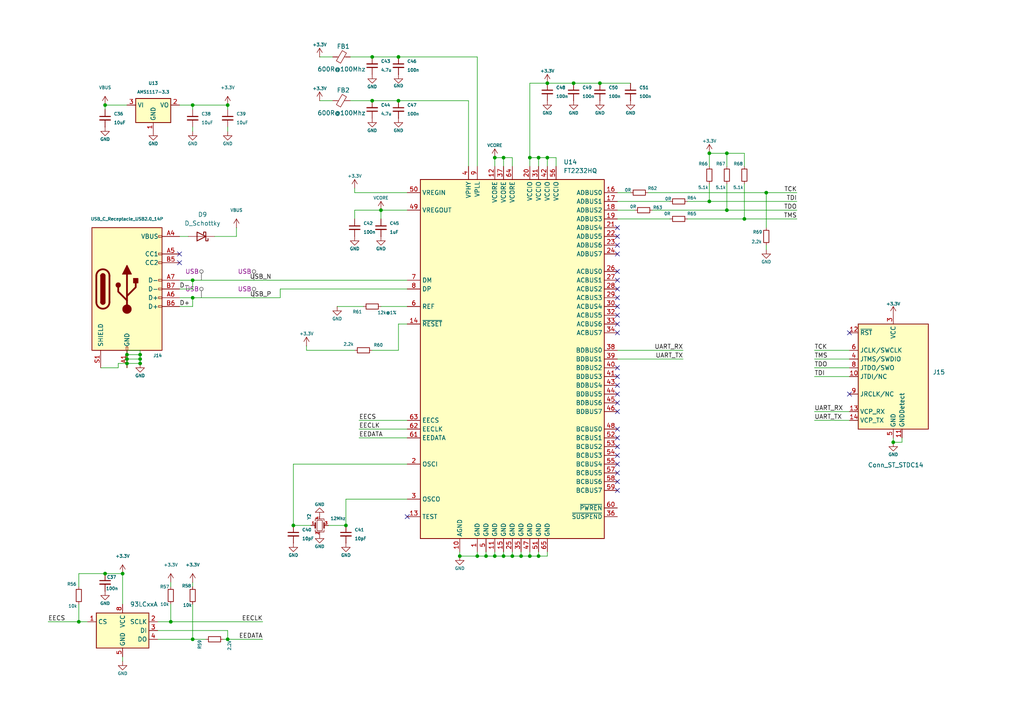
<source format=kicad_sch>
(kicad_sch (version 20250114) (generator "eeschema") (generator_version "9.0")
  (paper "A4")
  (lib_symbols
    (symbol "Connector:Conn_ST_STDC14"
      (property "Reference" "J" (at -8.89 16.51 0))
      (property "Value" "Conn_ST_STDC14" (at 17.78 16.51 0))
      (symbol "Conn_ST_STDC14_0_1"
        (rectangle (start -10.16 15.24) (end 10.16 -15.24) (stroke (width 0.254)) (fill (type background)))
      )
      (symbol "Conn_ST_STDC14_1_1"
        (pin no_connect line (at -10.16 5.08 0) (length 2.54) (hide yes) (name "NC") (number "1"))
        (pin no_connect line (at -10.16 2.54 0) (length 2.54) (hide yes) (name "NC") (number "2"))
        (pin passive line (at -2.54 -17.78 90) (length 2.54) (name "GNDDetect") (number "11"))
        (pin power_in line (at 0 17.78 270) (length 2.54) (name "VCC") (number "3"))
        (pin power_in line (at 0 -17.78 90) (length 2.54) (name "GND") (number "5"))
        (pin passive line (at 0 -17.78 90) (length 2.54) (hide yes) (name "GND") (number "7"))
        (pin open_collector line (at 12.7 12.7 180) (length 2.54) (name "~{RST}") (number "12"))
        (pin output line (at 12.7 7.62 180) (length 2.54) (name "JCLK/SWCLK") (number "6"))
        (pin bidirectional line (at 12.7 5.08 180) (length 2.54) (name "JTMS/SWDIO") (number "4"))
        (pin input line (at 12.7 2.54 180) (length 2.54) (name "JTDO/SWO") (number "8"))
        (pin output line (at 12.7 0 180) (length 2.54) (name "JTDI/NC") (number "10"))
        (pin input line (at 12.7 -5.08 180) (length 2.54) (name "JRCLK/NC") (number "9"))
        (pin output line (at 12.7 -10.16 180) (length 2.54) (name "VCP_RX") (number "13"))
        (pin input line (at 12.7 -12.7 180) (length 2.54) (name "VCP_TX") (number "14"))
      )
    )
    (symbol "Connector:USB_C_Receptacle_USB2.0_14P" (pin_names (offset 1.016))
      (property "Reference" "J" (at 0 22.225 0))
      (property "Value" "USB_C_Receptacle_USB2.0_14P" (at 0 19.685 0))
      (symbol "USB_C_Receptacle_USB2.0_14P_0_0"
        (rectangle (start -0.254 -17.78) (end 0.254 -16.764))
        (rectangle (start 10.16 15.494) (end 9.144 14.986))
        (rectangle (start 10.16 10.414) (end 9.144 9.906))
        (rectangle (start 10.16 7.874) (end 9.144 7.366))
        (rectangle (start 10.16 2.794) (end 9.144 2.286))
        (rectangle (start 10.16 0.254) (end 9.144 -0.254))
        (rectangle (start 10.16 -2.286) (end 9.144 -2.794))
        (rectangle (start 10.16 -4.826) (end 9.144 -5.334))
      )
      (symbol "USB_C_Receptacle_USB2.0_14P_0_1"
        (rectangle (start -10.16 17.78) (end 10.16 -17.78) (stroke (width 0.254)) (fill (type background)))
        (polyline (pts (xy -8.89 -3.81) (xy -8.89 3.81)) (stroke (width 0.508)))
        (rectangle (start -7.62 -3.81) (end -6.35 3.81) (stroke (width 0.254)) (fill (type outline)))
        (arc (start -7.62 3.81) (mid -6.985 4.4423) (end -6.35 3.81) (stroke (width 0.254)))
        (arc (start -7.62 3.81) (mid -6.985 4.4423) (end -6.35 3.81) (stroke (width 0.254)) (fill (type outline)))
        (arc (start -8.89 3.81) (mid -6.985 5.7067) (end -5.08 3.81) (stroke (width 0.508)))
        (arc (start -5.08 -3.81) (mid -6.985 -5.7067) (end -8.89 -3.81) (stroke (width 0.508)))
        (arc (start -6.35 -3.81) (mid -6.985 -4.4423) (end -7.62 -3.81) (stroke (width 0.254)))
        (arc (start -6.35 -3.81) (mid -6.985 -4.4423) (end -7.62 -3.81) (stroke (width 0.254)) (fill (type outline)))
        (polyline (pts (xy -5.08 3.81) (xy -5.08 -3.81)) (stroke (width 0.508)))
        (circle (center -2.54 1.143) (radius 0.635) (stroke (width 0.254)) (fill (type outline)))
        (polyline (pts (xy -1.27 4.318) (xy 0 6.858) (xy 1.27 4.318) (xy -1.27 4.318)) (stroke (width 0.254)) (fill (type outline)))
        (polyline (pts (xy 0 -2.032) (xy 2.54 0.508) (xy 2.54 1.778)) (stroke (width 0.508)))
        (polyline (pts (xy 0 -3.302) (xy -2.54 -0.762) (xy -2.54 0.508)) (stroke (width 0.508)))
        (polyline (pts (xy 0 -5.842) (xy 0 4.318)) (stroke (width 0.508)))
        (circle (center 0 -5.842) (radius 1.27) (fill (type outline)))
        (rectangle (start 1.905 1.778) (end 3.175 3.048) (stroke (width 0.254)) (fill (type outline)))
      )
      (symbol "USB_C_Receptacle_USB2.0_14P_1_1"
        (pin passive line (at -7.62 -22.86 90) (length 5.08) (name "SHIELD") (number "S1"))
        (pin passive line (at 0 -22.86 90) (length 5.08) (name "GND") (number "A1"))
        (pin passive line (at 0 -22.86 90) (length 5.08) (hide yes) (name "GND") (number "A12"))
        (pin passive line (at 0 -22.86 90) (length 5.08) (hide yes) (name "GND") (number "B1"))
        (pin passive line (at 0 -22.86 90) (length 5.08) (hide yes) (name "GND") (number "B12"))
        (pin passive line (at 15.24 15.24 180) (length 5.08) (name "VBUS") (number "A4"))
        (pin passive line (at 15.24 15.24 180) (length 5.08) (hide yes) (name "VBUS") (number "A9"))
        (pin passive line (at 15.24 15.24 180) (length 5.08) (hide yes) (name "VBUS") (number "B4"))
        (pin passive line (at 15.24 15.24 180) (length 5.08) (hide yes) (name "VBUS") (number "B9"))
        (pin bidirectional line (at 15.24 10.16 180) (length 5.08) (name "CC1") (number "A5"))
        (pin bidirectional line (at 15.24 7.62 180) (length 5.08) (name "CC2") (number "B5"))
        (pin bidirectional line (at 15.24 2.54 180) (length 5.08) (name "D-") (number "A7"))
        (pin bidirectional line (at 15.24 0 180) (length 5.08) (name "D-") (number "B7"))
        (pin bidirectional line (at 15.24 -2.54 180) (length 5.08) (name "D+") (number "A6"))
        (pin bidirectional line (at 15.24 -5.08 180) (length 5.08) (name "D+") (number "B6"))
      )
    )
    (symbol "Device:C_Small" (pin_numbers (hide yes)) (pin_names (offset 0.254) (hide yes))
      (property "Reference" "C" (at 0.254 1.778 0))
      (property "Value" "C_Small" (at 0.254 -2.032 0))
      (symbol "C_Small_0_1"
        (polyline (pts (xy -1.524 0.508) (xy 1.524 0.508)) (stroke (width 0.3048)))
        (polyline (pts (xy -1.524 -0.508) (xy 1.524 -0.508)) (stroke (width 0.3302)))
      )
      (symbol "C_Small_1_1"
        (pin passive line (at 0 2.54 270) (length 2.032) (name "~") (number "1"))
        (pin passive line (at 0 -2.54 90) (length 2.032) (name "~") (number "2"))
      )
    )
    (symbol "Device:Crystal_GND24_Small" (pin_names (offset 1.016) (hide yes))
      (property "Reference" "Y" (at 1.27 4.445 0))
      (property "Value" "Crystal_GND24_Small" (at 1.27 2.54 0))
      (symbol "Crystal_GND24_Small_0_1"
        (polyline (pts (xy -1.27 1.27) (xy -1.27 1.905) (xy 1.27 1.905) (xy 1.27 1.27)))
        (polyline (pts (xy -1.27 -0.762) (xy -1.27 0.762)) (stroke (width 0.381)))
        (polyline (pts (xy -1.27 -1.27) (xy -1.27 -1.905) (xy 1.27 -1.905) (xy 1.27 -1.27)))
        (rectangle (start -0.762 -1.524) (end 0.762 1.524))
        (polyline (pts (xy 1.27 -0.762) (xy 1.27 0.762)) (stroke (width 0.381)))
      )
      (symbol "Crystal_GND24_Small_1_1"
        (pin passive line (at -2.54 0 0) (length 1.27) (name "1") (number "1"))
        (pin passive line (at 0 2.54 270) (length 0.635) (name "4") (number "4"))
        (pin passive line (at 0 -2.54 90) (length 0.635) (name "2") (number "2"))
        (pin passive line (at 2.54 0 180) (length 1.27) (name "3") (number "3"))
      )
    )
    (symbol "Device:D_Schottky" (pin_numbers (hide yes)) (pin_names (offset 1.016) (hide yes))
      (property "Reference" "D" (at 0 2.54 0))
      (property "Value" "D_Schottky" (at 0 -2.54 0))
      (symbol "D_Schottky_0_1"
        (polyline (pts (xy -1.905 0.635) (xy -1.905 1.27) (xy -1.27 1.27) (xy -1.27 -1.27) (xy -0.635 -1.27) (xy -0.635 -0.635)) (stroke (width 0.254)))
        (polyline (pts (xy 1.27 1.27) (xy 1.27 -1.27) (xy -1.27 0) (xy 1.27 1.27)) (stroke (width 0.254)))
        (polyline (pts (xy 1.27 0) (xy -1.27 0)))
      )
      (symbol "D_Schottky_1_1"
        (pin passive line (at -3.81 0 0) (length 2.54) (name "K") (number "1"))
        (pin passive line (at 3.81 0 180) (length 2.54) (name "A") (number "2"))
      )
    )
    (symbol "Device:FerriteBead_Small" (pin_numbers (hide yes)) (pin_names (offset 0))
      (property "Reference" "FB" (at 1.905 1.27 0))
      (property "Value" "FerriteBead_Small" (at 1.905 -1.27 0))
      (symbol "FerriteBead_Small_0_1"
        (polyline (pts (xy -1.8288 0.2794) (xy -1.1176 1.4986) (xy 1.8288 -0.2032) (xy 1.1176 -1.4224) (xy -1.8288 0.2794)))
        (polyline (pts (xy 0 0.889) (xy 0 1.2954)))
        (polyline (pts (xy 0 -1.27) (xy 0 -0.7874)))
      )
      (symbol "FerriteBead_Small_1_1"
        (pin passive line (at 0 2.54 270) (length 1.27) (name "~") (number "1"))
        (pin passive line (at 0 -2.54 90) (length 1.27) (name "~") (number "2"))
      )
    )
    (symbol "Device:R_Small" (pin_numbers (hide yes)) (pin_names (offset 0.254) (hide yes))
      (property "Reference" "R" (at 0.762 0.508 0))
      (property "Value" "R_Small" (at 0.762 -1.016 0))
      (symbol "R_Small_0_1"
        (rectangle (start -0.762 1.778) (end 0.762 -1.778) (stroke (width 0.2032)))
      )
      (symbol "R_Small_1_1"
        (pin passive line (at 0 2.54 270) (length 0.762) (name "~") (number "1"))
        (pin passive line (at 0 -2.54 90) (length 0.762) (name "~") (number "2"))
      )
    )
    (symbol "Interface_USB:FT2232HQ"
      (property "Reference" "U" (at -26.67 53.34 0))
      (property "Value" "FT2232HQ" (at 19.05 53.34 0))
      (symbol "FT2232HQ_0_1"
        (rectangle (start -26.67 -52.07) (end 26.67 52.07) (stroke (width 0.254)) (fill (type background)))
      )
      (symbol "FT2232HQ_1_1"
        (pin power_in line (at -30.48 48.26 0) (length 3.81) (name "VREGIN") (number "50"))
        (pin power_out line (at -30.48 43.18 0) (length 3.81) (name "VREGOUT") (number "49"))
        (pin bidirectional line (at -30.48 22.86 0) (length 3.81) (name "DM") (number "7"))
        (pin bidirectional line (at -30.48 20.32 0) (length 3.81) (name "DP") (number "8"))
        (pin output line (at -30.48 15.24 0) (length 3.81) (name "REF") (number "6"))
        (pin input line (at -30.48 10.16 0) (length 3.81) (name "~{RESET}") (number "14"))
        (pin output line (at -30.48 -17.78 0) (length 3.81) (name "EECS") (number "63"))
        (pin output line (at -30.48 -20.32 0) (length 3.81) (name "EECLK") (number "62"))
        (pin bidirectional line (at -30.48 -22.86 0) (length 3.81) (name "EEDATA") (number "61"))
        (pin input line (at -30.48 -30.48 0) (length 3.81) (name "OSCI") (number "2"))
        (pin output line (at -30.48 -40.64 0) (length 3.81) (name "OSCO") (number "3"))
        (pin input line (at -30.48 -45.72 0) (length 3.81) (name "TEST") (number "13"))
        (pin power_in line (at -15.24 -55.88 90) (length 3.81) (name "AGND") (number "10"))
        (pin power_in line (at -12.7 55.88 270) (length 3.81) (name "VPHY") (number "4"))
        (pin input line (at -10.16 55.88 270) (length 3.81) (name "VPLL") (number "9"))
        (pin power_in line (at -10.16 -55.88 90) (length 3.81) (name "GND") (number "1"))
        (pin power_in line (at -7.62 -55.88 90) (length 3.81) (name "GND") (number "5"))
        (pin power_in line (at -5.08 55.88 270) (length 3.81) (name "VCORE") (number "12"))
        (pin power_in line (at -5.08 -55.88 90) (length 3.81) (name "GND") (number "11"))
        (pin power_in line (at -2.54 55.88 270) (length 3.81) (name "VCORE") (number "37"))
        (pin power_in line (at -2.54 -55.88 90) (length 3.81) (name "GND") (number "15"))
        (pin power_in line (at 0 55.88 270) (length 3.81) (name "VCORE") (number "64"))
        (pin power_in line (at 0 -55.88 90) (length 3.81) (name "GND") (number "25"))
        (pin power_in line (at 2.54 -55.88 90) (length 3.81) (name "GND") (number "35"))
        (pin power_in line (at 5.08 55.88 270) (length 3.81) (name "VCCIO") (number "20"))
        (pin power_in line (at 5.08 -55.88 90) (length 3.81) (name "GND") (number "47"))
        (pin power_in line (at 7.62 55.88 270) (length 3.81) (name "VCCIO") (number "31"))
        (pin power_in line (at 7.62 -55.88 90) (length 3.81) (name "GND") (number "51"))
        (pin power_in line (at 10.16 55.88 270) (length 3.81) (name "VCCIO") (number "42"))
        (pin power_in line (at 10.16 -55.88 90) (length 3.81) (name "GND") (number "65"))
        (pin power_in line (at 12.7 55.88 270) (length 3.81) (name "VCCIO") (number "56"))
        (pin bidirectional line (at 30.48 48.26 180) (length 3.81) (name "ADBUS0") (number "16"))
        (pin bidirectional line (at 30.48 45.72 180) (length 3.81) (name "ADBUS1") (number "17"))
        (pin bidirectional line (at 30.48 43.18 180) (length 3.81) (name "ADBUS2") (number "18"))
        (pin bidirectional line (at 30.48 40.64 180) (length 3.81) (name "ADBUS3") (number "19"))
        (pin bidirectional line (at 30.48 38.1 180) (length 3.81) (name "ADBUS4") (number "21"))
        (pin bidirectional line (at 30.48 35.56 180) (length 3.81) (name "ADBUS5") (number "22"))
        (pin bidirectional line (at 30.48 33.02 180) (length 3.81) (name "ADBUS6") (number "23"))
        (pin bidirectional line (at 30.48 30.48 180) (length 3.81) (name "ADBUS7") (number "24"))
        (pin bidirectional line (at 30.48 25.4 180) (length 3.81) (name "ACBUS0") (number "26"))
        (pin bidirectional line (at 30.48 22.86 180) (length 3.81) (name "ACBUS1") (number "27"))
        (pin bidirectional line (at 30.48 20.32 180) (length 3.81) (name "ACBUS2") (number "28"))
        (pin bidirectional line (at 30.48 17.78 180) (length 3.81) (name "ACBUS3") (number "29"))
        (pin bidirectional line (at 30.48 15.24 180) (length 3.81) (name "ACBUS4") (number "30"))
        (pin bidirectional line (at 30.48 12.7 180) (length 3.81) (name "ACBUS5") (number "32"))
        (pin bidirectional line (at 30.48 10.16 180) (length 3.81) (name "ACBUS6") (number "33"))
        (pin bidirectional line (at 30.48 7.62 180) (length 3.81) (name "ACBUS7") (number "34"))
        (pin bidirectional line (at 30.48 2.54 180) (length 3.81) (name "BDBUS0") (number "38"))
        (pin bidirectional line (at 30.48 0 180) (length 3.81) (name "BDBUS1") (number "39"))
        (pin bidirectional line (at 30.48 -2.54 180) (length 3.81) (name "BDBUS2") (number "40"))
        (pin bidirectional line (at 30.48 -5.08 180) (length 3.81) (name "BDBUS3") (number "41"))
        (pin bidirectional line (at 30.48 -7.62 180) (length 3.81) (name "BDBUS4") (number "43"))
        (pin bidirectional line (at 30.48 -10.16 180) (length 3.81) (name "BDBUS5") (number "44"))
        (pin bidirectional line (at 30.48 -12.7 180) (length 3.81) (name "BDBUS6") (number "45"))
        (pin bidirectional line (at 30.48 -15.24 180) (length 3.81) (name "BDBUS7") (number "46"))
        (pin bidirectional line (at 30.48 -20.32 180) (length 3.81) (name "BCBUS0") (number "48"))
        (pin bidirectional line (at 30.48 -22.86 180) (length 3.81) (name "BCBUS1") (number "52"))
        (pin bidirectional line (at 30.48 -25.4 180) (length 3.81) (name "BCBUS2") (number "53"))
        (pin bidirectional line (at 30.48 -27.94 180) (length 3.81) (name "BCBUS3") (number "54"))
        (pin bidirectional line (at 30.48 -30.48 180) (length 3.81) (name "BCBUS4") (number "55"))
        (pin bidirectional line (at 30.48 -33.02 180) (length 3.81) (name "BCBUS5") (number "57"))
        (pin bidirectional line (at 30.48 -35.56 180) (length 3.81) (name "BCBUS6") (number "58"))
        (pin bidirectional line (at 30.48 -38.1 180) (length 3.81) (name "BCBUS7") (number "59"))
        (pin output line (at 30.48 -43.18 180) (length 3.81) (name "~{PWREN}") (number "60"))
        (pin output line (at 30.48 -45.72 180) (length 3.81) (name "~{SUSPEND}") (number "36"))
      )
    )
    (symbol "Memory_EEPROM:93LCxxA"
      (property "Reference" "U" (at -7.62 6.35 0))
      (property "Value" "93LCxxA" (at 2.54 -6.35 0))
      (symbol "93LCxxA_1_1"
        (rectangle (start -7.62 5.08) (end 7.62 -5.08) (stroke (width 0.254)) (fill (type background)))
        (pin input line (at -10.16 2.54 0) (length 2.54) (name "CS") (number "1"))
        (pin no_connect line (at -7.62 0 0) (length 2.54) (hide yes) (name "NC") (number "6"))
        (pin no_connect line (at -7.62 -2.54 0) (length 2.54) (hide yes) (name "NC") (number "7"))
        (pin power_in line (at 0 7.62 270) (length 2.54) (name "VCC") (number "8"))
        (pin power_in line (at 0 -7.62 90) (length 2.54) (name "GND") (number "5"))
        (pin input line (at 10.16 2.54 180) (length 2.54) (name "SCLK") (number "2"))
        (pin input line (at 10.16 0 180) (length 2.54) (name "DI") (number "3"))
        (pin tri_state line (at 10.16 -2.54 180) (length 2.54) (name "DO") (number "4"))
      )
    )
    (symbol "Regulator_Linear:AMS1117-3.3"
      (property "Reference" "U" (at -3.81 3.175 0))
      (property "Value" "AMS1117-3.3" (at 0 3.175 0))
      (symbol "AMS1117-3.3_0_1"
        (rectangle (start -5.08 -5.08) (end 5.08 1.905) (stroke (width 0.254)) (fill (type background)))
      )
      (symbol "AMS1117-3.3_1_1"
        (pin power_in line (at -7.62 0 0) (length 2.54) (name "VI") (number "3"))
        (pin power_in line (at 0 -7.62 90) (length 2.54) (name "GND") (number "1"))
        (pin power_out line (at 7.62 0 180) (length 2.54) (name "VO") (number "2"))
      )
    )
    (symbol "power:+3.3V" (power) (pin_numbers (hide yes)) (pin_names (offset 0) (hide yes))
      (property "Value" "+3.3V" (at 0 3.556 0))
      (symbol "+3.3V_0_1"
        (polyline (pts (xy -0.762 1.27) (xy 0 2.54)))
        (polyline (pts (xy 0 2.54) (xy 0.762 1.27)))
        (polyline (pts (xy 0 0) (xy 0 2.54)))
      )
      (symbol "+3.3V_1_1"
        (pin power_in line (at 0 0 90) (length 0) (name "~") (number "1"))
      )
    )
    (symbol "power:GND" (power) (pin_numbers (hide yes)) (pin_names (offset 0) (hide yes))
      (property "Value" "GND" (at 0 -3.81 0))
      (symbol "GND_0_1"
        (polyline (pts (xy 0 0) (xy 0 -1.27) (xy 1.27 -1.27) (xy 0 -2.54) (xy -1.27 -1.27) (xy 0 -1.27)))
      )
      (symbol "GND_1_1"
        (pin power_in line (at 0 0 270) (length 0) (name "~") (number "1"))
      )
    )
    (symbol "power:VBUS" (power) (pin_numbers (hide yes)) (pin_names (offset 0) (hide yes))
      (property "Value" "VBUS" (at 0 3.556 0))
      (symbol "VBUS_0_1"
        (polyline (pts (xy -0.762 1.27) (xy 0 2.54)))
        (polyline (pts (xy 0 2.54) (xy 0.762 1.27)))
        (polyline (pts (xy 0 0) (xy 0 2.54)))
      )
      (symbol "VBUS_1_1"
        (pin power_in line (at 0 0 90) (length 0) (name "~") (number "1"))
      )
    )
  )
  (junction (at 173.99 24.13))
  (junction (at 133.35 161.29))
  (junction (at 49.53 180.34))
  (junction (at 30.48 166.37))
  (junction (at 138.43 161.29))
  (junction (at 22.86 180.34))
  (junction (at 205.74 44.45))
  (junction (at 148.59 161.29))
  (junction (at 153.67 45.72))
  (junction (at 115.57 16.51))
  (junction (at 140.97 161.29))
  (junction (at 85.09 152.4))
  (junction (at 156.21 161.29))
  (junction (at 55.88 185.42))
  (junction (at 115.57 29.21))
  (junction (at 55.88 30.48))
  (junction (at 107.95 16.51))
  (junction (at 205.74 58.42))
  (junction (at 36.83 105.41))
  (junction (at 156.21 45.72))
  (junction (at 40.64 105.41))
  (junction (at 40.64 104.14))
  (junction (at 143.51 161.29))
  (junction (at 210.82 60.96))
  (junction (at 259.08 128.27))
  (junction (at 30.48 30.48))
  (junction (at 66.04 30.48))
  (junction (at 55.88 86.36))
  (junction (at 100.33 152.4))
  (junction (at 36.83 104.14))
  (junction (at 66.04 185.42))
  (junction (at 210.82 44.45))
  (junction (at 110.49 60.96))
  (junction (at 36.83 102.87))
  (junction (at 151.13 161.29))
  (junction (at 166.37 24.13))
  (junction (at 158.75 45.72))
  (junction (at 153.67 161.29))
  (junction (at 107.95 29.21))
  (junction (at 146.05 45.72))
  (junction (at 55.88 81.28))
  (junction (at 40.64 102.87))
  (junction (at 146.05 161.29))
  (junction (at 222.25 55.88))
  (junction (at 158.75 24.13))
  (junction (at 215.9 63.5))
  (junction (at 35.56 166.37))
  (junction (at 143.51 45.72))
  (no_connect (at 179.07 93.98))
  (no_connect (at 179.07 96.52))
  (no_connect (at 179.07 139.7))
  (no_connect (at 179.07 109.22))
  (no_connect (at 179.07 137.16))
  (no_connect (at 179.07 132.08))
  (no_connect (at 179.07 71.12))
  (no_connect (at 179.07 106.68))
  (no_connect (at 179.07 142.24))
  (no_connect (at 52.07 76.2))
  (no_connect (at 179.07 134.62))
  (no_connect (at 118.11 149.86))
  (no_connect (at 179.07 86.36))
  (no_connect (at 179.07 127))
  (no_connect (at 179.07 88.9))
  (no_connect (at 179.07 91.44))
  (no_connect (at 179.07 66.04))
  (no_connect (at 179.07 114.3))
  (no_connect (at 246.38 114.3))
  (no_connect (at 179.07 119.38))
  (no_connect (at 179.07 116.84))
  (no_connect (at 179.07 129.54))
  (no_connect (at 179.07 73.66))
  (no_connect (at 179.07 124.46))
  (no_connect (at 179.07 78.74))
  (no_connect (at 246.38 96.52))
  (no_connect (at 179.07 111.76))
  (no_connect (at 179.07 68.58))
  (no_connect (at 52.07 73.66))
  (no_connect (at 179.07 83.82))
  (no_connect (at 179.07 81.28))
  (wire (pts (xy 30.48 31.75) (xy 30.48 30.48)))
  (wire (pts (xy 205.74 53.34) (xy 205.74 58.42)))
  (wire (pts (xy 66.04 31.75) (xy 66.04 30.48)))
  (wire (pts (xy 179.07 60.96) (xy 184.15 60.96)))
  (wire (pts (xy 52.07 86.36) (xy 55.88 86.36)))
  (wire (pts (xy 156.21 160.02) (xy 156.21 161.29)))
  (wire (pts (xy 36.83 101.6) (xy 40.64 101.6)))
  (wire (pts (xy 107.95 16.51) (xy 115.57 16.51)))
  (wire (pts (xy 45.72 185.42) (xy 55.88 185.42)))
  (wire (pts (xy 158.75 160.02) (xy 158.75 161.29)))
  (wire (pts (xy 30.48 30.48) (xy 36.83 30.48)))
  (wire (pts (xy 210.82 60.96) (xy 231.14 60.96)))
  (wire (pts (xy 55.88 81.28) (xy 55.88 83.82)))
  (wire (pts (xy 173.99 24.13) (xy 182.88 24.13)))
  (wire (pts (xy 22.86 175.26) (xy 22.86 180.34)))
  (wire (pts (xy 55.88 185.42) (xy 59.69 185.42)))
  (wire (pts (xy 143.51 45.72) (xy 143.51 48.26)))
  (wire (pts (xy 151.13 161.29) (xy 148.59 161.29)))
  (wire (pts (xy 179.07 104.14) (xy 198.12 104.14)))
  (wire (pts (xy 85.09 152.4) (xy 90.17 152.4)))
  (wire (pts (xy 55.88 30.48) (xy 55.88 31.75)))
  (wire (pts (xy 215.9 53.34) (xy 215.9 63.5)))
  (wire (pts (xy 138.43 48.26) (xy 138.43 16.51)))
  (wire (pts (xy 66.04 185.42) (xy 76.2 185.42)))
  (wire (pts (xy 146.05 161.29) (xy 148.59 161.29)))
  (wire (pts (xy 102.87 54.61) (xy 102.87 55.88)))
  (wire (pts (xy 259.08 128.27) (xy 261.62 128.27)))
  (wire (pts (xy 115.57 101.6) (xy 115.57 93.98)))
  (wire (pts (xy 34.29 105.41) (xy 36.83 105.41)))
  (wire (pts (xy 205.74 44.45) (xy 205.74 48.26)))
  (wire (pts (xy 100.33 144.78) (xy 100.33 152.4)))
  (wire (pts (xy 104.14 121.92) (xy 118.11 121.92)))
  (wire (pts (xy 13.97 180.34) (xy 22.86 180.34)))
  (wire (pts (xy 52.07 30.48) (xy 55.88 30.48)))
  (wire (pts (xy 49.53 168.91) (xy 49.53 170.18)))
  (wire (pts (xy 22.86 180.34) (xy 25.4 180.34)))
  (wire (pts (xy 210.82 53.34) (xy 210.82 60.96)))
  (wire (pts (xy 189.23 60.96) (xy 210.82 60.96)))
  (wire (pts (xy 115.57 93.98) (xy 118.11 93.98)))
  (wire (pts (xy 55.88 38.1) (xy 55.88 36.83)))
  (wire (pts (xy 148.59 48.26) (xy 148.59 45.72)))
  (wire (pts (xy 66.04 38.1) (xy 66.04 36.83)))
  (wire (pts (xy 104.14 127) (xy 118.11 127)))
  (wire (pts (xy 30.48 166.37) (xy 35.56 166.37)))
  (wire (pts (xy 236.22 104.14) (xy 246.38 104.14)))
  (wire (pts (xy 259.08 127) (xy 259.08 128.27)))
  (wire (pts (xy 35.56 166.37) (xy 35.56 175.26)))
  (wire (pts (xy 215.9 48.26) (xy 215.9 44.45)))
  (wire (pts (xy 55.88 86.36) (xy 81.28 86.36)))
  (wire (pts (xy 199.39 58.42) (xy 205.74 58.42)))
  (wire (pts (xy 107.95 101.6) (xy 115.57 101.6)))
  (wire (pts (xy 36.83 102.87) (xy 36.83 101.6)))
  (wire (pts (xy 151.13 161.29) (xy 153.67 161.29)))
  (wire (pts (xy 205.74 58.42) (xy 231.14 58.42)))
  (wire (pts (xy 45.72 182.88) (xy 66.04 182.88)))
  (wire (pts (xy 179.07 58.42) (xy 194.31 58.42)))
  (wire (pts (xy 49.53 180.34) (xy 76.2 180.34)))
  (wire (pts (xy 55.88 30.48) (xy 66.04 30.48)))
  (wire (pts (xy 110.49 88.9) (xy 118.11 88.9)))
  (wire (pts (xy 138.43 16.51) (xy 115.57 16.51)))
  (wire (pts (xy 158.75 45.72) (xy 158.75 48.26)))
  (wire (pts (xy 88.9 101.6) (xy 102.87 101.6)))
  (wire (pts (xy 35.56 190.5) (xy 35.56 191.77)))
  (wire (pts (xy 115.57 29.21) (xy 135.89 29.21)))
  (wire (pts (xy 81.28 83.82) (xy 81.28 86.36)))
  (wire (pts (xy 210.82 44.45) (xy 205.74 44.45)))
  (wire (pts (xy 101.6 16.51) (xy 107.95 16.51)))
  (wire (pts (xy 55.88 168.91) (xy 55.88 170.18)))
  (wire (pts (xy 22.86 170.18) (xy 22.86 166.37)))
  (wire (pts (xy 68.58 66.04) (xy 68.58 68.58)))
  (wire (pts (xy 138.43 160.02) (xy 138.43 161.29)))
  (wire (pts (xy 52.07 68.58) (xy 54.61 68.58)))
  (wire (pts (xy 95.25 152.4) (xy 100.33 152.4)))
  (wire (pts (xy 261.62 127) (xy 261.62 128.27)))
  (wire (pts (xy 36.83 106.68) (xy 36.83 105.41)))
  (wire (pts (xy 179.07 101.6) (xy 198.12 101.6)))
  (wire (pts (xy 153.67 161.29) (xy 156.21 161.29)))
  (wire (pts (xy 151.13 160.02) (xy 151.13 161.29)))
  (wire (pts (xy 118.11 83.82) (xy 81.28 83.82)))
  (wire (pts (xy 40.64 102.87) (xy 40.64 104.14)))
  (wire (pts (xy 199.39 63.5) (xy 215.9 63.5)))
  (wire (pts (xy 166.37 24.13) (xy 173.99 24.13)))
  (wire (pts (xy 85.09 134.62) (xy 85.09 152.4)))
  (wire (pts (xy 158.75 24.13) (xy 153.67 24.13)))
  (wire (pts (xy 143.51 160.02) (xy 143.51 161.29)))
  (wire (pts (xy 110.49 60.96) (xy 118.11 60.96)))
  (wire (pts (xy 40.64 101.6) (xy 40.64 102.87)))
  (wire (pts (xy 236.22 119.38) (xy 246.38 119.38)))
  (wire (pts (xy 222.25 71.12) (xy 222.25 72.39)))
  (wire (pts (xy 97.79 88.9) (xy 105.41 88.9)))
  (wire (pts (xy 153.67 160.02) (xy 153.67 161.29)))
  (wire (pts (xy 102.87 55.88) (xy 118.11 55.88)))
  (wire (pts (xy 29.21 106.68) (xy 34.29 106.68)))
  (wire (pts (xy 156.21 161.29) (xy 158.75 161.29)))
  (wire (pts (xy 187.96 55.88) (xy 222.25 55.88)))
  (wire (pts (xy 36.83 105.41) (xy 40.64 105.41)))
  (wire (pts (xy 36.83 102.87) (xy 40.64 102.87)))
  (wire (pts (xy 153.67 45.72) (xy 156.21 45.72)))
  (wire (pts (xy 236.22 109.22) (xy 246.38 109.22)))
  (wire (pts (xy 101.6 29.21) (xy 107.95 29.21)))
  (wire (pts (xy 92.71 16.51) (xy 96.52 16.51)))
  (wire (pts (xy 161.29 45.72) (xy 161.29 48.26)))
  (wire (pts (xy 100.33 144.78) (xy 118.11 144.78)))
  (wire (pts (xy 138.43 161.29) (xy 140.97 161.29)))
  (wire (pts (xy 55.88 175.26) (xy 55.88 185.42)))
  (wire (pts (xy 52.07 88.9) (xy 55.88 88.9)))
  (wire (pts (xy 55.88 81.28) (xy 118.11 81.28)))
  (wire (pts (xy 210.82 48.26) (xy 210.82 44.45)))
  (wire (pts (xy 153.67 48.26) (xy 153.67 45.72)))
  (wire (pts (xy 146.05 48.26) (xy 146.05 45.72)))
  (wire (pts (xy 146.05 160.02) (xy 146.05 161.29)))
  (wire (pts (xy 156.21 45.72) (xy 156.21 48.26)))
  (wire (pts (xy 158.75 45.72) (xy 161.29 45.72)))
  (wire (pts (xy 102.87 63.5) (xy 102.87 60.96)))
  (wire (pts (xy 143.51 45.72) (xy 146.05 45.72)))
  (wire (pts (xy 215.9 63.5) (xy 231.14 63.5)))
  (wire (pts (xy 179.07 63.5) (xy 194.31 63.5)))
  (wire (pts (xy 222.25 55.88) (xy 222.25 66.04)))
  (wire (pts (xy 34.29 106.68) (xy 34.29 105.41)))
  (wire (pts (xy 22.86 166.37) (xy 30.48 166.37)))
  (wire (pts (xy 36.83 105.41) (xy 36.83 104.14)))
  (wire (pts (xy 156.21 45.72) (xy 158.75 45.72)))
  (wire (pts (xy 158.75 24.13) (xy 166.37 24.13)))
  (wire (pts (xy 236.22 121.92) (xy 246.38 121.92)))
  (wire (pts (xy 236.22 106.68) (xy 246.38 106.68)))
  (wire (pts (xy 133.35 161.29) (xy 138.43 161.29)))
  (wire (pts (xy 146.05 45.72) (xy 148.59 45.72)))
  (wire (pts (xy 179.07 55.88) (xy 182.88 55.88)))
  (wire (pts (xy 135.89 48.26) (xy 135.89 29.21)))
  (wire (pts (xy 40.64 104.14) (xy 40.64 105.41)))
  (wire (pts (xy 107.95 29.21) (xy 115.57 29.21)))
  (wire (pts (xy 222.25 55.88) (xy 231.14 55.88)))
  (wire (pts (xy 88.9 100.33) (xy 88.9 101.6)))
  (wire (pts (xy 36.83 104.14) (xy 36.83 102.87)))
  (wire (pts (xy 143.51 161.29) (xy 146.05 161.29)))
  (wire (pts (xy 210.82 44.45) (xy 215.9 44.45)))
  (wire (pts (xy 49.53 180.34) (xy 45.72 180.34)))
  (wire (pts (xy 236.22 101.6) (xy 246.38 101.6)))
  (wire (pts (xy 148.59 160.02) (xy 148.59 161.29)))
  (wire (pts (xy 62.23 68.58) (xy 68.58 68.58)))
  (wire (pts (xy 133.35 160.02) (xy 133.35 161.29)))
  (wire (pts (xy 102.87 60.96) (xy 110.49 60.96)))
  (wire (pts (xy 118.11 134.62) (xy 85.09 134.62)))
  (wire (pts (xy 104.14 124.46) (xy 118.11 124.46)))
  (wire (pts (xy 36.83 104.14) (xy 40.64 104.14)))
  (wire (pts (xy 66.04 182.88) (xy 66.04 185.42)))
  (wire (pts (xy 140.97 161.29) (xy 143.51 161.29)))
  (wire (pts (xy 140.97 160.02) (xy 140.97 161.29)))
  (wire (pts (xy 64.77 185.42) (xy 66.04 185.42)))
  (wire (pts (xy 52.07 81.28) (xy 55.88 81.28)))
  (wire (pts (xy 153.67 24.13) (xy 153.67 45.72)))
  (wire (pts (xy 110.49 63.5) (xy 110.49 60.96)))
  (wire (pts (xy 52.07 83.82) (xy 55.88 83.82)))
  (wire (pts (xy 92.71 29.21) (xy 96.52 29.21)))
  (wire (pts (xy 49.53 175.26) (xy 49.53 180.34)))
  (wire (pts (xy 55.88 86.36) (xy 55.88 88.9)))
  (label "UART_TX" (at 236.22 121.92 0))
  (label "TMS" (at 231.14 63.5 180))
  (label "EECLK" (at 76.2 180.34 180))
  (label "TDI" (at 231.14 58.42 180))
  (label "USB_N" (at 78.74 81.28 180))
  (label "EECLK" (at 104.14 124.46 0))
  (label "TDO" (at 231.14 60.96 180))
  (label "UART_RX" (at 198.12 101.6 180))
  (label "TMS" (at 236.22 104.14 0))
  (label "EECS" (at 104.14 121.92 0))
  (label "EEDATA" (at 76.2 185.42 180))
  (label "D+" (at 52.07 88.9 0))
  (label "TDO" (at 236.22 106.68 0))
  (label "TCK" (at 236.22 101.6 0))
  (label "TDI" (at 236.22 109.22 0))
  (label "UART_TX" (at 198.12 104.14 180))
  (label "EECS" (at 13.97 180.34 0))
  (label "UART_RX" (at 236.22 119.38 0))
  (label "USB_P" (at 78.74 86.36 180))
  (label "D-" (at 52.07 83.82 0))
  (label "TCK" (at 231.14 55.88 180))
  (label "EEDATA" (at 104.14 127 0))
  (netclass_flag "" (length 2.54) (shape round) (at 73.66 81.28 0) (property "Netclass" "USB" (at 72.9615 78.74 0) (effects (justify right))))
  (netclass_flag "" (length 2.54) (shape round) (at 73.66 86.36 0) (property "Netclass" "USB" (at 72.9615 83.82 0) (effects (justify right))))
  (netclass_flag "" (length 2.54) (shape round) (at 58.42 81.28 0) (property "Netclass" "USB" (at 57.7215 78.74 0) (effects (justify right))))
  (netclass_flag "" (length 2.54) (shape round) (at 58.42 86.36 0) (property "Netclass" "USB" (at 57.7215 83.82 0) (effects (justify right))))
  (symbol (lib_id "power:GND") (at 35.56 191.77 0) (unit 1)
    (property "Reference" "#PWR0117" (effects (hide yes)))
    (property "Value" "GND" (at 35.56 195.326 0) (effects (font (size 0.889 0.889))))
    (property "Description" "Power symbol creates a global label with name \"GND\" , ground" (effects (hide yes)))
  )
  (symbol (lib_id "Device:R_Small") (at 186.69 60.96 90) (unit 1)
    (property "Reference" "R63" (at 190.754 60.198 90) (effects (font (size 0.889 0.889))))
    (property "Value" "0R" (at 183.642 59.944 90) (effects (font (size 0.889 0.889))))
    (property "Footprint" "Resistor_SMD:R_0402_1005Metric" (effects (hide yes)))
    (property "Description" "Resistor, small symbol" (effects (hide yes)))
  )
  (symbol (lib_id "Device:D_Schottky") (at 58.42 68.58 180) (unit 1)
    (property "Reference" "D9" (at 58.7375 62.23 0))
    (property "Value" "D_Schottky" (at 58.7375 64.77 0))
    (property "Footprint" "Diode_SMD:D_SOD-123" (effects (hide yes)))
    (property "Description" "Schottky diode" (effects (hide yes)))
  )
  (symbol (lib_id "Device:R_Small") (at 215.9 50.8 180) (unit 1)
    (property "Reference" "R68" (at 214.122 47.498 0) (effects (font (size 0.889 0.889))))
    (property "Value" "5.1k" (at 214.122 54.356 0) (effects (font (size 0.889 0.889))))
    (property "Footprint" "Resistor_SMD:R_0402_1005Metric" (effects (hide yes)))
    (property "Description" "Resistor, small symbol" (effects (hide yes)))
  )
  (symbol (lib_id "Device:R_Small") (at 185.42 55.88 90) (unit 1)
    (property "Reference" "R62" (at 189.23 54.61 90) (effects (font (size 0.889 0.889))))
    (property "Value" "0R" (at 182.118 55.118 90) (effects (font (size 0.889 0.889))))
    (property "Footprint" "Resistor_SMD:R_0402_1005Metric" (effects (hide yes)))
    (property "Description" "Resistor, small symbol" (effects (hide yes)))
  )
  (symbol (lib_id "power:+3.3V") (at 92.71 29.21 0) (unit 1)
    (property "Reference" "#PWR0131" (effects (hide yes)))
    (property "Value" "+3.3V" (at 92.71 25.654 0) (effects (font (size 0.889 0.889))))
    (property "Description" "Power symbol creates a global label with name \"+3.3V\"" (effects (hide yes)))
  )
  (symbol (lib_id "power:GND") (at 102.87 68.58 0) (unit 1)
    (property "Reference" "#PWR0135" (effects (hide yes)))
    (property "Value" "GND" (at 102.87 72.136 0) (effects (font (size 0.889 0.889))))
    (property "Description" "Power symbol creates a global label with name \"GND\" , ground" (effects (hide yes)))
  )
  (symbol (lib_id "power:VBUS") (at 68.58 66.04 0) (unit 1)
    (property "Reference" "#PWR0125" (effects (hide yes)))
    (property "Value" "VBUS" (at 68.58 60.96 0) (effects (font (size 0.889 0.889))))
    (property "Description" "Power symbol creates a global label with name \"VBUS\"" (effects (hide yes)))
  )
  (symbol (lib_id "Device:C_Small") (at 173.99 26.67 0) (unit 1)
    (property "Reference" "C50" (at 176.53 25.4062 0) (effects (font (size 0.889 0.889)) (justify left)))
    (property "Value" "100n" (at 176.53 27.9462 0) (effects (font (size 0.889 0.889)) (justify left)))
    (property "Footprint" "Capacitor_SMD:C_0402_1005Metric" (effects (hide yes)))
    (property "Description" "Unpolarized capacitor, small symbol" (effects (hide yes)))
  )
  (symbol (lib_id "Device:C_Small") (at 30.48 34.29 0) (unit 1)
    (property "Reference" "C36" (at 33.02 33.0262 0) (effects (font (size 0.889 0.889)) (justify left)))
    (property "Value" "10uF" (at 33.02 35.5662 0) (effects (font (size 0.889 0.889)) (justify left)))
    (property "Footprint" "Capacitor_SMD:C_0603_1608Metric" (effects (hide yes)))
    (property "Description" "Unpolarized capacitor, small symbol" (effects (hide yes)))
  )
  (symbol (lib_id "power:GND") (at 107.95 21.59 0) (unit 1)
    (property "Reference" "#PWR0136" (effects (hide yes)))
    (property "Value" "GND" (at 107.95 25.146 0) (effects (font (size 0.889 0.889))))
    (property "Description" "Power symbol creates a global label with name \"GND\" , ground" (effects (hide yes)))
  )
  (symbol (lib_id "Device:R_Small") (at 107.95 88.9 270) (unit 1)
    (property "Reference" "R61" (at 103.632 90.424 90) (effects (font (size 0.889 0.889))))
    (property "Value" "12k@1%" (at 112.268 90.678 90) (effects (font (size 0.889 0.889))))
    (property "Footprint" "Resistor_SMD:R_0402_1005Metric" (effects (hide yes)))
    (property "Description" "Resistor, small symbol" (effects (hide yes)))
  )
  (symbol (lib_id "power:GND") (at 222.25 72.39 0) (unit 1)
    (property "Reference" "#PWR0150" (effects (hide yes)))
    (property "Value" "GND" (at 222.25 75.946 0) (effects (font (size 0.889 0.889))))
    (property "Description" "Power symbol creates a global label with name \"GND\" , ground" (effects (hide yes)))
  )
  (symbol (lib_id "Device:C_Small") (at 166.37 26.67 0) (unit 1)
    (property "Reference" "C49" (at 168.91 25.4062 0) (effects (font (size 0.889 0.889)) (justify left)))
    (property "Value" "100n" (at 168.91 27.9462 0) (effects (font (size 0.889 0.889)) (justify left)))
    (property "Footprint" "Capacitor_SMD:C_0402_1005Metric" (effects (hide yes)))
    (property "Description" "Unpolarized capacitor, small symbol" (effects (hide yes)))
  )
  (symbol (lib_id "Device:C_Small") (at 158.75 26.67 0) (unit 1)
    (property "Reference" "C48" (at 161.29 25.4062 0) (effects (font (size 0.889 0.889)) (justify left)))
    (property "Value" "100n" (at 161.29 27.9462 0) (effects (font (size 0.889 0.889)) (justify left)))
    (property "Footprint" "Capacitor_SMD:C_0402_1005Metric" (effects (hide yes)))
    (property "Description" "Unpolarized capacitor, small symbol" (effects (hide yes)))
  )
  (symbol (lib_id "power:GND") (at 110.49 68.58 0) (unit 1)
    (property "Reference" "#PWR0139" (effects (hide yes)))
    (property "Value" "GND" (at 110.49 72.136 0) (effects (font (size 0.889 0.889))))
    (property "Description" "Power symbol creates a global label with name \"GND\" , ground" (effects (hide yes)))
  )
  (symbol (lib_id "power:+3.3V") (at 158.75 24.13 0) (unit 1)
    (property "Reference" "#PWR0144" (effects (hide yes)))
    (property "Value" "+3.3V" (at 158.75 20.574 0) (effects (font (size 0.889 0.889))))
    (property "Description" "Power symbol creates a global label with name \"+3.3V\"" (effects (hide yes)))
  )
  (symbol (lib_id "Device:FerriteBead_Small") (at 99.06 16.51 90) (unit 1)
    (property "Reference" "FB1" (at 99.568 13.462 90))
    (property "Value" "600R@100Mhz" (at 99.06 20.066 90))
    (property "Footprint" "Inductor_SMD:L_0603_1608Metric" (effects (hide yes)))
    (property "Description" "Ferrite bead, small symbol" (effects (hide yes)))
  )
  (symbol (lib_id "Device:FerriteBead_Small") (at 99.06 29.21 90) (unit 1)
    (property "Reference" "FB2" (at 99.568 26.162 90))
    (property "Value" "600R@100Mhz" (at 99.06 32.766 90))
    (property "Footprint" "Inductor_SMD:L_0603_1608Metric" (effects (hide yes)))
    (property "Description" "Ferrite bead, small symbol" (effects (hide yes)))
  )
  (symbol (lib_id "Device:C_Small") (at 110.49 66.04 0) (unit 1)
    (property "Reference" "C45" (at 113.03 64.7762 0) (effects (font (size 0.889 0.889)) (justify left)))
    (property "Value" "1uF" (at 113.03 67.3162 0) (effects (font (size 0.889 0.889)) (justify left)))
    (property "Footprint" "Capacitor_SMD:C_0603_1608Metric" (effects (hide yes)))
    (property "Description" "Unpolarized capacitor, small symbol" (effects (hide yes)))
  )
  (symbol (lib_id "power:GND") (at 55.88 38.1 0) (unit 1)
    (property "Reference" "#PWR0121" (effects (hide yes)))
    (property "Value" "GND" (at 55.88 41.656 0) (effects (font (size 0.889 0.889))))
    (property "Description" "Power symbol creates a global label with name \"GND\" , ground" (effects (hide yes)))
  )
  (symbol (lib_id "Device:C_Small") (at 115.57 31.75 0) (unit 1)
    (property "Reference" "C47" (at 118.11 30.4862 0) (effects (font (size 0.889 0.889)) (justify left)))
    (property "Value" "100n" (at 118.11 33.0262 0) (effects (font (size 0.889 0.889)) (justify left)))
    (property "Footprint" "Capacitor_SMD:C_0402_1005Metric" (effects (hide yes)))
    (property "Description" "Unpolarized capacitor, small symbol" (effects (hide yes)))
  )
  (symbol (lib_id "power:+3.3V") (at 55.88 168.91 0) (unit 1)
    (property "Reference" "#PWR0122" (effects (hide yes)))
    (property "Value" "+3.3V" (at 55.88 163.83 0) (effects (font (size 0.889 0.889))))
    (property "Description" "Power symbol creates a global label with name \"+3.3V\"" (effects (hide yes)))
  )
  (symbol (lib_id "power:GND") (at 66.04 38.1 0) (unit 1)
    (property "Reference" "#PWR0124" (effects (hide yes)))
    (property "Value" "GND" (at 66.04 41.656 0) (effects (font (size 0.889 0.889))))
    (property "Description" "Power symbol creates a global label with name \"GND\" , ground" (effects (hide yes)))
  )
  (symbol (lib_id "Device:C_Small") (at 85.09 154.94 0) (unit 1)
    (property "Reference" "C40" (at 87.63 153.6762 0) (effects (font (size 0.889 0.889)) (justify left)))
    (property "Value" "10pF" (at 87.63 156.2162 0) (effects (font (size 0.889 0.889)) (justify left)))
    (property "Footprint" "Capacitor_SMD:C_0402_1005Metric" (effects (hide yes)))
    (property "Description" "Unpolarized capacitor, small symbol" (effects (hide yes)))
  )
  (symbol (lib_id "Device:R_Small") (at 196.85 63.5 90) (unit 1)
    (property "Reference" "R65" (at 200.66 61.976 90) (effects (font (size 0.889 0.889))))
    (property "Value" "0R" (at 193.548 61.976 90) (effects (font (size 0.889 0.889))))
    (property "Footprint" "Resistor_SMD:R_0402_1005Metric" (effects (hide yes)))
    (property "Description" "Resistor, small symbol" (effects (hide yes)))
  )
  (symbol (lib_id "power:GND") (at 40.64 105.41 0) (unit 1)
    (property "Reference" "#PWR0118" (effects (hide yes)))
    (property "Value" "GND" (at 40.64 108.966 0) (effects (font (size 0.889 0.889))))
    (property "Description" "Power symbol creates a global label with name \"GND\" , ground" (effects (hide yes)))
  )
  (symbol (lib_id "power:+3.3V") (at 205.74 44.45 0) (unit 1)
    (property "Reference" "#PWR0149" (effects (hide yes)))
    (property "Value" "+3.3V" (at 205.74 40.894 0) (effects (font (size 0.889 0.889))))
    (property "Description" "Power symbol creates a global label with name \"+3.3V\"" (effects (hide yes)))
  )
  (symbol (lib_id "power:+3.3V") (at 66.04 30.48 0) (unit 1)
    (property "Reference" "#PWR0123" (effects (hide yes)))
    (property "Value" "+3.3V" (at 66.04 25.4 0) (effects (font (size 0.889 0.889))))
    (property "Description" "Power symbol creates a global label with name \"+3.3V\"" (effects (hide yes)))
  )
  (symbol (lib_id "Device:R_Small") (at 105.41 101.6 90) (unit 1)
    (property "Reference" "R60" (at 109.728 100.076 90) (effects (font (size 0.889 0.889))))
    (property "Value" "2.2k" (at 101.092 99.822 90) (effects (font (size 0.889 0.889))))
    (property "Footprint" "Resistor_SMD:R_0402_1005Metric" (effects (hide yes)))
    (property "Description" "Resistor, small symbol" (effects (hide yes)))
  )
  (symbol (lib_id "power:GND") (at 166.37 29.21 0) (unit 1)
    (property "Reference" "#PWR0146" (effects (hide yes)))
    (property "Value" "GND" (at 166.37 32.766 0) (effects (font (size 0.889 0.889))))
    (property "Description" "Power symbol creates a global label with name \"GND\" , ground" (effects (hide yes)))
  )
  (symbol (lib_id "Device:R_Small") (at 49.53 172.72 180) (unit 1)
    (property "Reference" "R57" (at 47.752 170.18 0) (effects (font (size 0.889 0.889))))
    (property "Value" "10k" (at 47.752 175.26 0) (effects (font (size 0.889 0.889))))
    (property "Footprint" "Resistor_SMD:R_0402_1005Metric" (effects (hide yes)))
    (property "Description" "Resistor, small symbol" (effects (hide yes)))
  )
  (symbol (lib_id "power:GND") (at 115.57 34.29 0) (unit 1)
    (property "Reference" "#PWR0141" (effects (hide yes)))
    (property "Value" "GND" (at 115.57 37.846 0) (effects (font (size 0.889 0.889))))
    (property "Description" "Power symbol creates a global label with name \"GND\" , ground" (effects (hide yes)))
  )
  (symbol (lib_id "Device:C_Small") (at 66.04 34.29 0) (unit 1)
    (property "Reference" "C39" (at 68.58 33.0262 0) (effects (font (size 0.889 0.889)) (justify left)))
    (property "Value" "10uF" (at 68.58 35.5662 0) (effects (font (size 0.889 0.889)) (justify left)))
    (property "Footprint" "Capacitor_SMD:C_0603_1608Metric" (effects (hide yes)))
    (property "Description" "Unpolarized capacitor, small symbol" (effects (hide yes)))
  )
  (symbol (lib_id "Device:R_Small") (at 22.86 172.72 180) (unit 1)
    (property "Reference" "R56" (at 20.828 169.418 0) (effects (font (size 0.889 0.889))))
    (property "Value" "10k" (at 21.082 175.768 0) (effects (font (size 0.889 0.889))))
    (property "Footprint" "Resistor_SMD:R_0402_1005Metric" (effects (hide yes)))
    (property "Description" "Resistor, small symbol" (effects (hide yes)))
  )
  (symbol (lib_id "Device:Crystal_GND24_Small") (at 92.71 152.4 0) (unit 1)
    (property "Reference" "Y2" (at 89.662 149.86 90) (effects (font (size 0.889 0.889))))
    (property "Value" "12Mhz" (at 98.044 150.368 0) (effects (font (size 0.889 0.889))))
    (property "Footprint" "Crystal:Crystal_SMD_3225-4Pin_3.2x2.5mm" (effects (hide yes)))
    (property "Description" "Four pin crystal, GND on pins 2 and 4, small symbol" (effects (hide yes)))
  )
  (symbol (lib_id "power:+3.3V") (at 259.08 91.44 0) (unit 1)
    (property "Reference" "#PWR0151" (effects (hide yes)))
    (property "Value" "+3.3V" (at 259.08 88.138 0) (effects (font (size 0.889 0.889))))
    (property "Description" "Power symbol creates a global label with name \"+3.3V\"" (effects (hide yes)))
  )
  (symbol (lib_id "Device:R_Small") (at 196.85 58.42 90) (unit 1)
    (property "Reference" "R64" (at 200.66 57.404 90) (effects (font (size 0.889 0.889))))
    (property "Value" "0R" (at 193.802 57.658 90) (effects (font (size 0.889 0.889))))
    (property "Footprint" "Resistor_SMD:R_0402_1005Metric" (effects (hide yes)))
    (property "Description" "Resistor, small symbol" (effects (hide yes)))
  )
  (symbol (lib_id "Device:C_Small") (at 55.88 34.29 0) (unit 1)
    (property "Reference" "C38" (at 58.42 33.0262 0) (effects (font (size 0.889 0.889)) (justify left)))
    (property "Value" "10uF" (at 58.42 35.5662 0) (effects (font (size 0.889 0.889)) (justify left)))
    (property "Footprint" "Capacitor_SMD:C_0603_1608Metric" (effects (hide yes)))
    (property "Description" "Unpolarized capacitor, small symbol" (effects (hide yes)))
  )
  (symbol (lib_id "power:GND") (at 133.35 161.29 0) (unit 1)
    (property "Reference" "#PWR0142" (effects (hide yes)))
    (property "Value" "GND" (at 133.35 164.846 0) (effects (font (size 0.889 0.889))))
    (property "Description" "Power symbol creates a global label with name \"GND\" , ground" (effects (hide yes)))
  )
  (symbol (lib_id "power:+3.3V") (at 143.51 45.72 0) (unit 1)
    (property "Reference" "#PWR0143" (effects (hide yes)))
    (property "Value" "VCORE" (at 143.51 42.164 0) (effects (font (size 0.889 0.889))))
    (property "Description" "Power symbol creates a global label with name \"+3.3V\"" (effects (hide yes)))
  )
  (symbol (lib_id "Device:R_Small") (at 210.82 50.8 180) (unit 1)
    (property "Reference" "R67" (at 209.042 47.498 0) (effects (font (size 0.889 0.889))))
    (property "Value" "5.1k" (at 209.042 54.356 0) (effects (font (size 0.889 0.889))))
    (property "Footprint" "Resistor_SMD:R_0402_1005Metric" (effects (hide yes)))
    (property "Description" "Resistor, small symbol" (effects (hide yes)))
  )
  (symbol (lib_id "power:+3.3V") (at 88.9 100.33 0) (unit 1)
    (property "Reference" "#PWR0127" (effects (hide yes)))
    (property "Value" "+3.3V" (at 88.9 96.774 0) (effects (font (size 0.889 0.889))))
    (property "Description" "Power symbol creates a global label with name \"+3.3V\"" (effects (hide yes)))
  )
  (symbol (lib_id "Connector:USB_C_Receptacle_USB2.0_14P") (at 36.83 83.82 0) (unit 1)
    (property "Reference" "J14" (at 45.72 103.124 0) (effects (font (size 0.889 0.889))))
    (property "Value" "USB_C_Receptacle_USB2.0_14P" (at 36.83 63.5 0) (effects (font (size 0.889 0.889))))
    (property "Footprint" "Connector_USB:USB_C_Receptacle_G-Switch_GT-USB-7010ASV" (effects (hide yes)))
    (property "Datasheet" "https://www.usb.org/sites/default/files/documents/usb_type-c.zip" (effects (hide yes)))
    (property "Description" "USB 2.0-only 14P Type-C Receptacle connector" (effects (hide yes)))
  )
  (symbol (lib_id "power:GND") (at 92.71 149.86 180) (unit 1)
    (property "Reference" "#PWR0128" (effects (hide yes)))
    (property "Value" "GND" (at 92.71 146.304 0) (effects (font (size 0.889 0.889))))
    (property "Description" "Power symbol creates a global label with name \"GND\" , ground" (effects (hide yes)))
  )
  (symbol (lib_id "Interface_USB:FT2232HQ") (at 148.59 104.14 0) (unit 1)
    (property "Reference" "U14" (at 163.4333 46.99 0) (effects (justify left)))
    (property "Value" "FT2232HQ" (at 163.4333 49.53 0) (effects (justify left)))
    (property "Footprint" "Package_DFN_QFN:QFN-64-1EP_9x9mm_P0.5mm_EP4.35x4.35mm" (effects (hide yes)))
    (property "Datasheet" "https://www.ftdichip.com/Support/Documents/DataSheets/ICs/DS_FT2232H.pdf" (effects (hide yes)))
    (property "Description" "Hi Speed Double Channel USB UART/FIFO, QFN-64" (effects (hide yes)))
  )
  (symbol (lib_id "power:GND") (at 259.08 128.27 0) (unit 1)
    (property "Reference" "#PWR0152" (effects (hide yes)))
    (property "Value" "GND" (at 259.08 131.826 0) (effects (font (size 0.889 0.889))))
    (property "Description" "Power symbol creates a global label with name \"GND\" , ground" (effects (hide yes)))
  )
  (symbol (lib_id "power:+3.3V") (at 35.56 166.37 0) (unit 1)
    (property "Reference" "#PWR0116" (effects (hide yes)))
    (property "Value" "+3.3V" (at 35.56 161.29 0) (effects (font (size 0.889 0.889))))
    (property "Description" "Power symbol creates a global label with name \"+3.3V\"" (effects (hide yes)))
  )
  (symbol (lib_id "Device:R_Small") (at 62.23 185.42 270) (unit 1)
    (property "Reference" "R59" (at 57.912 186.944 0) (effects (font (size 0.889 0.889))))
    (property "Value" "2.2k" (at 66.548 187.198 0) (effects (font (size 0.889 0.889))))
    (property "Footprint" "Resistor_SMD:R_0402_1005Metric" (effects (hide yes)))
    (property "Description" "Resistor, small symbol" (effects (hide yes)))
  )
  (symbol (lib_id "Device:C_Small") (at 115.57 19.05 0) (unit 1)
    (property "Reference" "C46" (at 118.11 17.7862 0) (effects (font (size 0.889 0.889)) (justify left)))
    (property "Value" "100n" (at 118.11 20.3262 0) (effects (font (size 0.889 0.889)) (justify left)))
    (property "Footprint" "Capacitor_SMD:C_0402_1005Metric" (effects (hide yes)))
    (property "Description" "Unpolarized capacitor, small symbol" (effects (hide yes)))
  )
  (symbol (lib_id "power:+3.3V") (at 102.87 54.61 0) (unit 1)
    (property "Reference" "#PWR0134" (effects (hide yes)))
    (property "Value" "+3.3V" (at 102.87 51.054 0) (effects (font (size 0.889 0.889))))
    (property "Description" "Power symbol creates a global label with name \"+3.3V\"" (effects (hide yes)))
  )
  (symbol (lib_id "power:GND") (at 115.57 21.59 0) (unit 1)
    (property "Reference" "#PWR0140" (effects (hide yes)))
    (property "Value" "GND" (at 115.57 24.892 0) (effects (font (size 0.889 0.889))))
    (property "Description" "Power symbol creates a global label with name \"GND\" , ground" (effects (hide yes)))
  )
  (symbol (lib_id "power:GND") (at 107.95 34.29 0) (unit 1)
    (property "Reference" "#PWR0137" (effects (hide yes)))
    (property "Value" "GND" (at 107.95 37.846 0) (effects (font (size 0.889 0.889))))
    (property "Description" "Power symbol creates a global label with name \"GND\" , ground" (effects (hide yes)))
  )
  (symbol (lib_id "power:GND") (at 44.45 38.1 0) (unit 1)
    (property "Reference" "#PWR0119" (effects (hide yes)))
    (property "Value" "GND" (at 44.45 41.656 0) (effects (font (size 0.889 0.889))))
    (property "Description" "Power symbol creates a global label with name \"GND\" , ground" (effects (hide yes)))
  )
  (symbol (lib_id "Device:C_Small") (at 100.33 154.94 0) (unit 1)
    (property "Reference" "C41" (at 102.87 153.6762 0) (effects (font (size 0.889 0.889)) (justify left)))
    (property "Value" "10pF" (at 102.87 156.2162 0) (effects (font (size 0.889 0.889)) (justify left)))
    (property "Footprint" "Capacitor_SMD:C_0402_1005Metric" (effects (hide yes)))
    (property "Description" "Unpolarized capacitor, small symbol" (effects (hide yes)))
  )
  (symbol (lib_id "Device:C_Small") (at 107.95 19.05 180) (unit 1)
    (property "Reference" "C43" (at 110.49 17.7736 0) (effects (font (size 0.889 0.889)) (justify right)))
    (property "Value" "4.7u" (at 110.49 20.3136 0) (effects (font (size 0.889 0.889)) (justify right)))
    (property "Footprint" "Capacitor_SMD:C_0603_1608Metric" (effects (hide yes)))
    (property "Description" "Unpolarized capacitor, small symbol" (effects (hide yes)))
  )
  (symbol (lib_id "Device:C_Small") (at 182.88 26.67 0) (unit 1)
    (property "Reference" "C51" (at 185.42 25.4062 0) (effects (font (size 0.889 0.889)) (justify left)))
    (property "Value" "100n" (at 185.42 27.9462 0) (effects (font (size 0.889 0.889)) (justify left)))
    (property "Footprint" "Capacitor_SMD:C_0402_1005Metric" (effects (hide yes)))
    (property "Description" "Unpolarized capacitor, small symbol" (effects (hide yes)))
  )
  (symbol (lib_id "Device:C_Small") (at 30.48 168.91 0) (unit 1)
    (property "Reference" "C37" (at 30.988 167.386 0) (effects (font (size 0.889 0.889)) (justify left)))
    (property "Value" "100n" (at 30.734 170.688 0) (effects (font (size 0.889 0.889)) (justify left)))
    (property "Footprint" "Capacitor_SMD:C_0402_1005Metric" (effects (hide yes)))
    (property "Description" "Unpolarized capacitor, small symbol" (effects (hide yes)))
  )
  (symbol (lib_id "power:+3.3V") (at 92.71 16.51 0) (unit 1)
    (property "Reference" "#PWR0130" (effects (hide yes)))
    (property "Value" "+3.3V" (at 92.71 12.954 0) (effects (font (size 0.889 0.889))))
    (property "Description" "Power symbol creates a global label with name \"+3.3V\"" (effects (hide yes)))
  )
  (symbol (lib_id "power:GND") (at 97.79 88.9 0) (unit 1)
    (property "Reference" "#PWR0133" (effects (hide yes)))
    (property "Value" "GND" (at 97.79 92.456 0) (effects (font (size 0.889 0.889))))
    (property "Description" "Power symbol creates a global label with name \"GND\" , ground" (effects (hide yes)))
  )
  (symbol (lib_id "power:GND") (at 92.71 154.94 0) (unit 1)
    (property "Reference" "#PWR0129" (effects (hide yes)))
    (property "Value" "GND" (at 92.71 158.496 0) (effects (font (size 0.889 0.889))))
    (property "Description" "Power symbol creates a global label with name \"GND\" , ground" (effects (hide yes)))
  )
  (symbol (lib_id "Connector:Conn_ST_STDC14") (at 259.08 109.22 0) (mirror y) (unit 1)
    (property "Reference" "J15" (at 270.51 107.9499 0) (effects (justify right)))
    (property "Value" "Conn_ST_STDC14" (at 251.714 134.874 0) (effects (justify right)))
    (property "Footprint" "Connector_PinHeader_1.27mm:PinHeader_2x07_P1.27mm_Vertical" (effects (hide yes)))
    (property "Datasheet" "https://www.st.com/content/ccc/resource/technical/document/user_manual/group1/99/49/91/b6/b2/3a/46/e5/DM00526767/files/DM00526767.pdf/jcr:content/translations/en.DM00526767.pdf" (effects (hide yes)))
    (property "Description" "ST Debug Connector, standard ARM Cortex-M SWD and JTAG interface plus UART" (effects (hide yes)))
  )
  (symbol (lib_id "power:GND") (at 30.48 36.83 0) (unit 1)
    (property "Reference" "#PWR0114" (effects (hide yes)))
    (property "Value" "GND" (at 30.48 40.386 0) (effects (font (size 0.889 0.889))))
    (property "Description" "Power symbol creates a global label with name \"GND\" , ground" (effects (hide yes)))
  )
  (symbol (lib_id "Device:C_Small") (at 102.87 66.04 0) (unit 1)
    (property "Reference" "C42" (at 105.41 64.7762 0) (effects (font (size 0.889 0.889)) (justify left)))
    (property "Value" "100n" (at 105.41 67.3162 0) (effects (font (size 0.889 0.889)) (justify left)))
    (property "Footprint" "Capacitor_SMD:C_0402_1005Metric" (effects (hide yes)))
    (property "Description" "Unpolarized capacitor, small symbol" (effects (hide yes)))
  )
  (symbol (lib_id "power:GND") (at 173.99 29.21 0) (unit 1)
    (property "Reference" "#PWR0147" (effects (hide yes)))
    (property "Value" "GND" (at 173.99 32.766 0) (effects (font (size 0.889 0.889))))
    (property "Description" "Power symbol creates a global label with name \"GND\" , ground" (effects (hide yes)))
  )
  (symbol (lib_id "Device:C_Small") (at 107.95 31.75 180) (unit 1)
    (property "Reference" "C44" (at 110.49 30.4736 0) (effects (font (size 0.889 0.889)) (justify right)))
    (property "Value" "4.7u" (at 110.49 33.0136 0) (effects (font (size 0.889 0.889)) (justify right)))
    (property "Footprint" "Capacitor_SMD:C_0603_1608Metric" (effects (hide yes)))
    (property "Description" "Unpolarized capacitor, small symbol" (effects (hide yes)))
  )
  (symbol (lib_id "power:GND") (at 30.48 171.45 0) (unit 1)
    (property "Reference" "#PWR0115" (effects (hide yes)))
    (property "Value" "GND" (at 30.48 175.006 0) (effects (font (size 0.889 0.889))))
    (property "Description" "Power symbol creates a global label with name \"GND\" , ground" (effects (hide yes)))
  )
  (symbol (lib_id "power:GND") (at 158.75 29.21 0) (unit 1)
    (property "Reference" "#PWR0145" (effects (hide yes)))
    (property "Value" "GND" (at 158.75 32.766 0) (effects (font (size 0.889 0.889))))
    (property "Description" "Power symbol creates a global label with name \"GND\" , ground" (effects (hide yes)))
  )
  (symbol (lib_id "power:GND") (at 182.88 29.21 0) (unit 1)
    (property "Reference" "#PWR0148" (effects (hide yes)))
    (property "Value" "GND" (at 182.88 32.766 0) (effects (font (size 0.889 0.889))))
    (property "Description" "Power symbol creates a global label with name \"GND\" , ground" (effects (hide yes)))
  )
  (symbol (lib_id "power:+3.3V") (at 49.53 168.91 0) (unit 1)
    (property "Reference" "#PWR0120" (effects (hide yes)))
    (property "Value" "+3.3V" (at 49.53 163.83 0) (effects (font (size 0.889 0.889))))
    (property "Description" "Power symbol creates a global label with name \"+3.3V\"" (effects (hide yes)))
  )
  (symbol (lib_id "Memory_EEPROM:93LCxxA") (at 35.56 182.88 0) (unit 1)
    (property "Reference" "U12" (effects (hide yes)))
    (property "Value" "93LCxxA" (at 37.7033 175.26 0) (effects (justify left)))
    (property "Footprint" "Package_SO:SOIC-8_3.9x4.9mm_P1.27mm" (effects (hide yes)))
    (property "Datasheet" "http://ww1.microchip.com/downloads/en/DeviceDoc/20001749K.pdf" (effects (hide yes)))
    (property "Description" "Serial EEPROM, 93 Series, 2.5V, DIP-8/SOIC-8" (effects (hide yes)))
  )
  (symbol (lib_id "power:GND") (at 100.33 157.48 0) (unit 1)
    (property "Reference" "#PWR0132" (effects (hide yes)))
    (property "Value" "GND" (at 100.33 161.036 0) (effects (font (size 0.889 0.889))))
    (property "Description" "Power symbol creates a global label with name \"GND\" , ground" (effects (hide yes)))
  )
  (symbol (lib_id "power:GND") (at 85.09 157.48 0) (unit 1)
    (property "Reference" "#PWR0126" (effects (hide yes)))
    (property "Value" "GND" (at 85.09 161.036 0) (effects (font (size 0.889 0.889))))
    (property "Description" "Power symbol creates a global label with name \"GND\" , ground" (effects (hide yes)))
  )
  (symbol (lib_id "Device:R_Small") (at 205.74 50.8 180) (unit 1)
    (property "Reference" "R66" (at 203.962 47.498 0) (effects (font (size 0.889 0.889))))
    (property "Value" "5.1k" (at 203.962 54.356 0) (effects (font (size 0.889 0.889))))
    (property "Footprint" "Resistor_SMD:R_0402_1005Metric" (effects (hide yes)))
    (property "Description" "Resistor, small symbol" (effects (hide yes)))
  )
  (symbol (lib_id "power:VBUS") (at 30.48 30.48 0) (unit 1)
    (property "Reference" "#PWR0113" (effects (hide yes)))
    (property "Value" "VBUS" (at 30.48 25.4 0) (effects (font (size 0.889 0.889))))
    (property "Description" "Power symbol creates a global label with name \"VBUS\"" (effects (hide yes)))
  )
  (symbol (lib_id "Device:R_Small") (at 55.88 172.72 180) (unit 1)
    (property "Reference" "R58" (at 54.102 169.926 0) (effects (font (size 0.889 0.889))))
    (property "Value" "10k" (at 54.356 175.514 0) (effects (font (size 0.889 0.889))))
    (property "Footprint" "Resistor_SMD:R_0402_1005Metric" (effects (hide yes)))
    (property "Description" "Resistor, small symbol" (effects (hide yes)))
  )
  (symbol (lib_id "Regulator_Linear:AMS1117-3.3") (at 44.45 30.48 0) (unit 1)
    (property "Reference" "U13" (at 44.45 24.13 0) (effects (font (size 0.889 0.889))))
    (property "Value" "AMS1117-3.3" (at 44.45 26.67 0) (effects (font (size 0.889 0.889))))
    (property "Footprint" "Package_TO_SOT_SMD:SOT-223-3_TabPin2" (effects (hide yes)))
    (property "Datasheet" "http://www.advanced-monolithic.com/pdf/ds1117.pdf" (effects (hide yes)))
    (property "Description" "1A Low Dropout regulator, positive, 3.3V fixed output, SOT-223" (effects (hide yes)))
  )
  (symbol (lib_id "Device:R_Small") (at 222.25 68.58 180) (unit 1)
    (property "Reference" "R69" (at 219.71 67.31 0) (effects (font (size 0.889 0.889))))
    (property "Value" "2.2k" (at 219.456 70.104 0) (effects (font (size 0.889 0.889))))
    (property "Footprint" "Resistor_SMD:R_0402_1005Metric" (effects (hide yes)))
    (property "Description" "Resistor, small symbol" (effects (hide yes)))
  )
  (symbol (lib_id "power:+3.3V") (at 110.49 60.96 0) (unit 1)
    (property "Reference" "#PWR0138" (effects (hide yes)))
    (property "Value" "VCORE" (at 110.49 57.404 0) (effects (font (size 0.889 0.889))))
    (property "Description" "Power symbol creates a global label with name \"+3.3V\"" (effects (hide yes)))
  )
)
</source>
